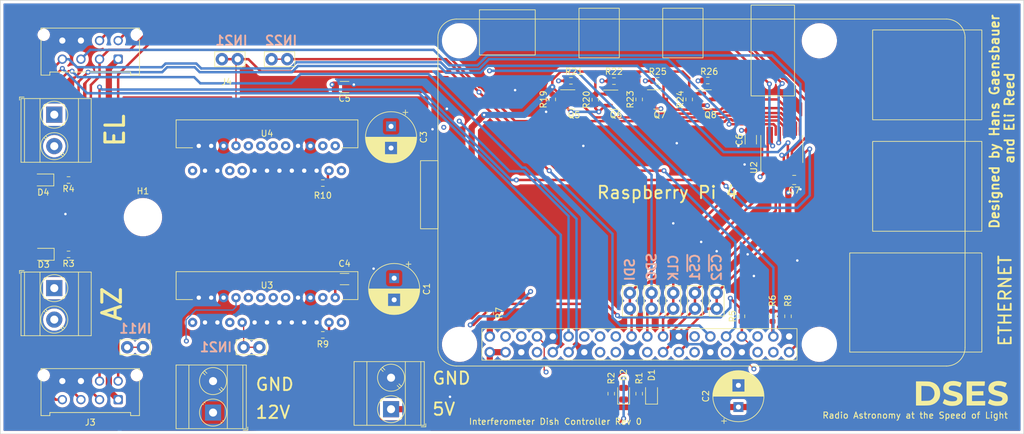
<source format=kicad_pcb>
(kicad_pcb (version 20211014) (generator pcbnew)
  (layers (0 "F.Cu" signal) (1 "In1.Cu" signal) (2 "In2.Cu" signal) (31 "B.Cu" signal) (34 "B.Paste" user) (35 "F.Paste" user) (36 "B.SilkS" user "B.Silkscreen") (37 "F.SilkS" user "F.Silkscreen") (38 "B.Mask" user) (39 "F.Mask" user) (44 "Edge.Cuts" user))
  (net 0 "")
  (net 1 "Net-(D1-Pad1)")
  (net 2 "+5V")
  (net 3 "Net-(D2-Pad1)")
  (net 4 "+12V")
  (net 5 "Net-(D3-Pad1)")
  (net 6 "Net-(D3-Pad2)")
  (net 7 "Net-(D4-Pad1)")
  (net 8 "Net-(D4-Pad2)")
  (net 9 "+3V3")
  (net 10 "/SDI")
  (net 11 "Net-(C4-Pad2)")
  (net 12 "/CLK")
  (net 13 "Net-(C5-Pad2)")
  (net 14 "/~{CS}1")
  (net 15 "/SDI_OUT")
  (net 16 "/~{CS}2")
  (net 17 "/SDO_IN2")
  (net 18 "/SDO")
  (net 19 "/Logic Level Shift 2/HV1")
  (net 20 "/Logic Level Shift 2/HV2")
  (net 21 "/EPWM1")
  (net 22 "/Logic Level Shift 2/HV3")
  (net 23 "/EPWM2")
  (net 24 "/Logic Level Shift 2/HV4")
  (net 25 "GND")
  (net 26 "/A11")
  (net 27 "/A12")
  (net 28 "/A21")
  (net 29 "/A22")
  (net 30 "Net-(R9-Pad2)")
  (net 31 "Net-(R10-Pad2)")
  (net 32 "/IN11")
  (net 33 "/IN21")
  (net 34 "/IN12")
  (net 35 "/IN22")
  (net 36 "/PWM1")
  (net 37 "/PWM2")
  (net 38 "/STB1")
  (net 40 "/STB2")
  (net 47 "/E_~{EN}")
  (net 48 "/CLK_OUT")
  (net 49 "/~{CS}2_OUT")
  (net 50 "/EPWM2_IN")
  (net 51 "/SDO_IN1")
  (net 52 "/~{CS}1_OUT")
  (net 53 "/EPWM1_IN")
  (net 54 "/AZ-2")
  (net 55 "/AZ-1")
  (net 56 "/EL-2")
  (net 57 "/EL-1")
  (footprint "LED_SMD:LED_0805_2012Metric" (layer "F.Cu") (at 123 103.5 90)
    (fp_text reference "D1")
    (fp_text value "LED_Small")
  )
  (footprint "Resistor_SMD:R_0603_1608Metric" (layer "F.Cu") (at 137.5 91 90)
    (fp_text reference "R5")
    (fp_text value "10k")
  )
  (footprint "Resistor_SMD:R_0603_1608Metric" (layer "F.Cu") (at 121 56 90)
    (fp_text reference "R23")
    (fp_text value "10k")
  )
  (footprint "Resistor_SMD:R_0603_1608Metric" (layer "F.Cu") (at 124 53 180)
    (fp_text reference "R25")
    (fp_text value "10k")
  )
  (footprint "Resistor_SMD:R_0603_1608Metric" (layer "F.Cu") (at 107 56 90)
    (fp_text reference "R19")
    (fp_text value "10k")
  )
  (footprint "LED_SMD:LED_0805_2012Metric" (layer "F.Cu") (at 118.5 103.5 90)
    (fp_text reference "D2")
    (fp_text value "LED_Small")
  )
  (footprint "Package_SO:TSSOP-20_4.4x6.5mm_P0.65mm" (layer "F.Cu") (at 144 64 90)
    (fp_text reference "U2")
    (fp_text value "74HCT541")
  )
  (footprint "TestPoint:TestPoint_Bridge_Pitch2.54mm_Drill1.0mm" (layer "F.Cu") (at 119.5 89.77 90)
    (fp_text reference "TP3" hide)
    (fp_text value "TestPoint")
  )
  (footprint "Capacitor_SMD:C_1206_3216Metric" (layer "F.Cu") (at 73.5 54 180)
    (fp_text reference "C5")
    (fp_text value "0.1u")
  )
  (footprint "TestPoint:TestPoint_Bridge_Pitch2.54mm_Drill1.0mm" (layer "F.Cu") (at 41 96 180)
    (fp_text reference "TP1" hide)
    (fp_text value "TestPoint")
  )
  (footprint "Resistor_SMD:R_0603_1608Metric" (layer "F.Cu") (at 97 90.5 -90)
    (fp_text reference "R7")
    (fp_text value "10k")
  )
  (footprint "interferometer:raspberry_pi_4" (layer "F.Cu") (at 173.55 99.03 180)
    (fp_text reference "U1" hide)
    (fp_text value "raspberry_pi_4")
  )
  (footprint "TerminalBlock_Phoenix:TerminalBlock_Phoenix_MKDS-3-2-5.08_1x02_P5.08mm_Horizontal" (layer "F.Cu") (at 52.3 106.545 90)
    (fp_text reference "J1" hide)
    (fp_text value "12V-IN")
  )
  (footprint "Package_TO_SOT_SMD:SOT-23" (layer "F.Cu") (at 124 56)
    (fp_text reference "Q7")
    (fp_text value "BSS138")
  )
  (footprint "LED_SMD:LED_0805_2012Metric" (layer "F.Cu") (at 25 81 180)
    (fp_text reference "D3")
    (fp_text value "LED_Small")
  )
  (footprint "Package_TO_SOT_SMD:SOT-23" (layer "F.Cu") (at 116.9375 56.05)
    (fp_text reference "Q6")
    (fp_text value "BSS138")
  )
  (footprint "Resistor_SMD:R_0603_1608Metric" (layer "F.Cu") (at 70 94)
    (fp_text reference "R9")
    (fp_text value "51k")
  )
  (footprint "TestPoint:TestPoint_Bridge_Pitch2.54mm_Drill1.0mm" (layer "F.Cu") (at 126.5 89.77 90)
    (fp_text reference "TP5" hide)
    (fp_text value "TestPoint")
  )
  (footprint "TestPoint:TestPoint_Bridge_Pitch2.54mm_Drill1.0mm" (layer "F.Cu") (at 130 89.77 90)
    (fp_text reference "TP8" hide)
    (fp_text value "TestPoint")
  )
  (footprint "Resistor_SMD:R_0603_1608Metric" (layer "F.Cu") (at 145 91 90)
    (fp_text reference "R8")
    (fp_text value "10k")
  )
  (footprint "TerminalBlock_Phoenix:TerminalBlock_Phoenix_MKDS-3-2-5.08_1x02_P5.08mm_Horizontal" (layer "F.Cu") (at 26.7 86.46 -90)
    (fp_text reference "J5" hide)
    (fp_text value "AZ-OUT")
  )
  (footprint "interferometer:HZIP25-P-1.00F" (layer "F.Cu") (at 61 63.5)
    (fp_text reference "U4")
    (fp_text value "TB67H303HG")
  )
  (footprint "Capacitor_SMD:C_1206_3216Metric" (layer "F.Cu") (at 73.5 85 180)
    (fp_text reference "C4")
    (fp_text value "0.1u")
  )
  (footprint "Capacitor_THT:CP_Radial_D8.0mm_P3.50mm" (layer "F.Cu") (at 81 60.347349 -90)
    (fp_text reference "C3")
    (fp_text value "100u")
  )
  (footprint "TerminalBlock_Phoenix:TerminalBlock_Phoenix_MKDS-3-2-5.08_1x02_P5.08mm_Horizontal" (layer "F.Cu") (at 81 106 90)
    (fp_text reference "J2" hide)
    (fp_text value "5V-IN")
  )
  (footprint "Package_TO_SOT_SMD:SOT-23" (layer "F.Cu") (at 110 56)
    (fp_text reference "Q5")
    (fp_text value "BSS138")
  )
  (footprint "Capacitor_SMD:C_1206_3216Metric" (layer "F.Cu") (at 139 62.5 90)
    (fp_text reference "C6")
    (fp_text value "0.1u")
  )
  (footprint "Resistor_SMD:R_0603_1608Metric" (layer "F.Cu") (at 132.0625 52.95 180)
    (fp_text reference "R26")
    (fp_text value "10k")
  )
  (footprint "interferometer:dses-logo" (layer "F.Cu") (at 173 103.5)
    (fp_text reference "G1" hide)
    (fp_text value "DSES-Logo" hide)
  )
  (footprint "Capacitor_THT:CP_Radial_D8.0mm_P3.50mm" (layer "F.Cu") (at 81.5 84.847349 -90)
    (fp_text reference "C1")
    (fp_text value "100u")
  )
  (footprint "Resistor_SMD:R_0603_1608Metric" (layer "F.Cu") (at 116.5 103.5 90)
    (fp_text reference "R2")
    (fp_text value "10k")
  )
  (footprint "interferometer:HZIP25-P-1.00F" (layer "F.Cu") (at 61 88)
    (fp_text reference "U3")
    (fp_text value "TB67H303HG")
  )
  (footprint "Resistor_SMD:R_0603_1608Metric" (layer "F.Cu") (at 29 69 180)
    (fp_text reference "R4")
    (fp_text value "2k")
  )
  (footprint "Resistor_SMD:R_0603_1608Metric" (layer "F.Cu") (at 110 53 180)
    (fp_text reference "R21")
    (fp_text value "10k")
  )
  (footprint "TestPoint:TestPoint_Bridge_Pitch2.54mm_Drill1.0mm" (layer "F.Cu") (at 57.23 96)
    (fp_text reference "TP2" hide)
    (fp_text value "TestPoint")
  )
  (footprint "Resistor_SMD:R_0603_1608Metric" (layer "F.Cu") (at 129.0625 56 90)
    (fp_text reference "R24")
    (fp_text value "10k")
  )
  (footprint "Resistor_SMD:R_0603_1608Metric" (layer "F.Cu") (at 142.5 91 90)
    (fp_text reference "R6")
    (fp_text value "10k")
  )
  (footprint "Resistor_SMD:R_0603_1608Metric" (layer "F.Cu") (at 121 103.5 -90)
    (fp_text reference "R1")
    (fp_text value "3.3k")
  )
  (footprint "MountingHole:MountingHole_3.2mm_M3" (layer "F.Cu") (at 41 75)
    (fp_text reference "H1")
    (fp_text value "MountingHole")
  )
  (footprint "Connector_Molex:Molex_Micro-Fit_3.0_43045-0812_2x04_P3.00mm_Vertical" (layer "F.Cu") (at 37 49.5 180)
    (fp_text reference "J4")
    (fp_text value "Encoder_Conn")
  )
  (footprint "Resistor_SMD:R_0603_1608Metric" (layer "F.Cu") (at 29 81)
    (fp_text reference "R3")
    (fp_text value "2k")
  )
  (footprint "TestPoint:TestPoint_Bridge_Pitch2.54mm_Drill1.0mm" (layer "F.Cu") (at 123 89.77 90)
    (fp_text reference "TP4" hide)
    (fp_text value "TestPoint")
  )
  (footprint "Capacitor_THT:CP_Radial_D8.0mm_P3.50mm" (layer "F.Cu") (at 137 105.652651 90)
    (fp_text reference "C2")
    (fp_text value "100u")
  )
  (footprint "TerminalBlock_Phoenix:TerminalBlock_Phoenix_MKDS-3-2-5.08_1x02_P5.08mm_Horizontal" (layer "F.Cu") (at 26.7 58.46 -90)
    (fp_text reference "J6" hide)
    (fp_text value "EL-OUT")
  )
  (footprint "Connector_Molex:Molex_Micro-Fit_3.0_43045-0812_2x04_P3.00mm_Vertical" (layer "F.Cu") (at 37 104.46 180)
    (fp_text reference "J3")
    (fp_text value "Encoder_Conn")
  )
  (footprint "Resistor_SMD:R_0603_1608Metric" (layer "F.Cu") (at 116.9375 53.05 180)
    (fp_text reference "R22")
    (fp_text value "10k")
  )
  (footprint "TestPoint:TestPoint_Bridge_Pitch2.54mm_Drill1.0mm" (layer "F.Cu") (at 64.27 49.5 180)
    (fp_text reference "TP7" hide)
    (fp_text value "TestPoint")
  )
  (footprint "Resistor_SMD:R_0603_1608Metric" (layer "F.Cu") (at 70 69.5)
    (fp_text reference "R10")
    (fp_text value "51k")
  )
  (footprint "LED_SMD:LED_0805_2012Metric" (layer "F.Cu") (at 24.9375 69 180)
    (fp_text reference "D4")
    (fp_text value "LED_Small")
  )
  (footprint "Resistor_SMD:R_0603_1608Metric" (layer "F.Cu") (at 113.9375 56.05 90)
    (fp_text reference "R20")
    (fp_text value "10k")
  )
  (footprint "Capacitor_SMD:C_0805_2012Metric" (layer "F.Cu") (at 146 69 180)
    (fp_text reference "C7")
    (fp_text value "1u")
  )
  (footprint "Package_TO_SOT_SMD:SOT-23" (layer "F.Cu") (at 132 56)
    (fp_text reference "Q8")
    (fp_text value "BSS138")
  )
  (footprint "TestPoint:TestPoint_Bridge_Pitch2.54mm_Drill1.0mm" (layer "F.Cu") (at 56.27 49.5 180)
    (fp_text reference "TP6" hide)
    (fp_text value "TestPoint")
  )
  (footprint "TestPoint:TestPoint_Bridge_Pitch2.54mm_Drill1.0mm" (layer "F.Cu") (at 133.5 89.77 90)
    (fp_text reference "TP9" hide)
    (fp_text value "TestPoint")
  )
  (gr_line (start 18 40) (end 183 40) (layer "Edge.Cuts") (width 0.1))
  (gr_line (start 18 110) (end 18 40) (layer "Edge.Cuts") (width 0.1))
  (gr_line (start 183 110) (end 18 110) (layer "Edge.Cuts") (width 0.1))
  (gr_line (start 183 40) (end 183 110) (layer "Edge.Cuts") (width 0.1))
  (gr_text "~{CS}2" (at 133.5 85.5 90) (layer "B.SilkS") (effects (font (size 1.5 1.5) (thickness 0.3)) (justify right mirror)))
  (gr_text "IN21" (at 52.5 46.5) (layer "B.SilkS") (effects (font (size 1.5 1.5) (thickness 0.3)) (justify right mirror)))
  (gr_text "IN22" (at 60.5 46.5) (layer "B.SilkS") (effects (font (size 1.5 1.5) (thickness 0.3)) (justify right mirror)))
  (gr_text "SDO" (at 123 85.5 90) (layer "B.SilkS") (effects (font (size 1.5 1.5) (thickness 0.3)) (justify right mirror)))
  (gr_text "CLK" (at 126.5 85.5 90) (layer "B.SilkS") (effects (font (size 1.5 1.5) (thickness 0.3)) (justify right mirror)))
  (gr_text "IN11" (at 37 93) (layer "B.SilkS") (effects (font (size 1.5 1.5) (thickness 0.3)) (justify right mirror)))
  (gr_text "SDI" (at 119.5 85.5 90) (layer "B.SilkS") (effects (font (size 1.5 1.5) (thickness 0.3)) (justify right mirror)))
  (gr_text "IN21" (at 50 96) (layer "B.SilkS") (effects (font (size 1.5 1.5) (thickness 0.3)) (justify right mirror)))
  (gr_text "~{CS}1" (at 130 85.5 90) (layer "B.SilkS") (effects (font (size 1.5 1.5) (thickness 0.3)) (justify right mirror)))
  (gr_text "5V" (at 87.5 106) (layer "F.SilkS") (effects (font (size 2 2) (thickness 0.3)) (justify left)))
  (gr_text "EL" (at 36.5 61 90) (layer "F.SilkS") (effects (font (size 3 3) (thickness 0.5))))
  (gr_text "ETHERNET" (at 180 88.5 90) (layer "F.SilkS") (effects (font (size 2 2) (thickness 0.3))))
  (gr_text "Interferometer Dish Controller Rev 0" (at 107.5 108) (layer "F.SilkS") (effects (font (size 1 1))))
  (gr_text "Radio Astronomy at the Speed of Light" (at 165.5 107) (layer "F.SilkS") (effects (font (size 1 1))))
  (gr_text "12V" (at 59 106.5) (layer "F.SilkS") (effects (font (size 2 2) (thickness 0.3)) (justify left)))
  (gr_text "AZ" (at 36 89 90) (layer "F.SilkS") (effects (font (size 3 3) (thickness 0.5))))
  (gr_text "GND" (at 59 102) (layer "F.SilkS") (effects (font (size 2 2) (thickness 0.3)) (justify left)))
  (gr_text "GND" (at 87.5 101) (layer "F.SilkS") (effects (font (size 2 2) (thickness 0.3)) (justify left)))
  (gr_text "Designed by Hans Gaensbauer \nand Eli Reed" (at 179.5 59 90) (layer "F.SilkS") (effects (font (size 1.5 1.5) (thickness 0.3))))
  (segment (start 123 104.4375) (end 121.1125 104.4375) (width 0.4) (layer "F.Cu") (net 1))
  (segment (start 121.1125 104.4375) (end 121 104.325) (width 0.4) (layer "F.Cu") (net 1))
  (segment (start 150.347349 105.652651) (end 153.399521 102.600479) (width 1) (layer "F.Cu") (net 2))
  (segment (start 153.399521 82.899521) (end 145.05 74.55) (width 1) (layer "F.Cu") (net 2))
  (segment (start 35.5 51) (end 37 49.5) (width 1) (layer "F.Cu") (net 2))
  (segment (start 91 106) (end 96.92 100.08) (width 1) (layer "F.Cu") (net 2))
  (segment (start 96.92 96.8) (end 99.46 96.8) (width 1) (layer "F.Cu") (net 2))
  (segment (start 145.05 74.55) (end 145.05 71.05) (width 1) (layer "F.Cu") (net 2))
  (segment (start 137.5 61) (end 138.975 61) (width 0.4) (layer "F.Cu") (net 2))
  (segment (start 129.152651 105.652651) (end 126.0625 102.5625) (width 1) (layer "F.Cu") (net 2))
  (segment (start 137 105.652651) (end 150.347349 105.652651) (width 1) (layer "F.Cu") (net 2))
  (segment (start 139.1125 61.1375) (end 139 61.025) (width 0.4) (layer "F.Cu") (net 2))
  (segment (start 130.5 53) (end 131.1875 53) (width 0.4) (layer "F.Cu") (net 2))
  (segment (start 109.175 53) (end 108 53) (width 0.4) (layer "F.Cu") (net 2))
  (segment (start 145.05 71.05) (end 145.05 69) (width 1) (layer "F.Cu") (net 2))
  (segment (start 102.492651 105.652651) (end 96.92 100.08) (width 1) (layer "F.Cu") (net 2))
  (segment (start 137 105.652651) (end 129.152651 105.652651) (width 1) (layer "F.Cu") (net 2))
  (segment (start 116.1125 53.05) (end 115.05 53.05) (width 0.4) (layer "F.Cu") (net 2))
  (segment (start 35.5 102.96) (end 35.5 51) (width 1) (layer "F.Cu") (net 2))
  (segment (start 123.175 53) (end 122 53) (width 0.4) (layer "F.Cu") (net 2))
  (segment (start 81 106) (end 91 106) (width 1) (layer "F.Cu") (net 2))
  (segment (start 138.975 61) (end 139 61.025) (width 0.4) (layer "F.Cu") (net 2))
  (segment (start 153.399521 102.600479) (end 153.399521 82.899521) (width 1) (layer "F.Cu") (net 2))
  (segment (start 37 104.46) (end 35.5 102.96) (width 1) (layer "F.Cu") (net 2))
  (segment (start 126.0625 102.5625) (end 123 102.5625) (width 1) (layer "F.Cu") (net 2))
  (segment (start 96.92 100.08) (end 96.92 96.8) (width 1) (layer "F.Cu") (net 2))
  (segment (start 141.075 61.1375) (end 139.1125 61.1375) (width 0.4) (layer "F.Cu") (net 2))
  (segment (start 115.05 53.05) (end 115 53) (width 0.4) (layer "F.Cu") (net 2))
  (segment (start 129.152651 105.652651) (end 102.492651 105.652651) (width 1) (layer "F.Cu") (net 2))
  (segment (start 131.1875 53) (end 131.2375 52.95) (width 0.4) (layer "F.Cu") (net 2))
  (via (at 115 53) (size 0.8) (drill 0.4) (layers "F.Cu" "B.Cu") (net 2))
  (via (at 137.5 61) (size 0.8) (drill 0.4) (layers "F.Cu" "B.Cu") (net 2))
  (via (at 130.5 53) (size 0.8) (drill 0.4) (layers "F.Cu" "B.Cu") (net 2))
  (via (at 108 53) (size 0.8) (drill 0.4) (layers "F.Cu" "B.Cu") (net 2))
  (via (at 122 53) (size 0.8) (drill 0.4) (layers "F.Cu" "B.Cu") (net 2))
  (via (at 145.05 71.05) (size 0.8) (drill 0.4) (layers "F.Cu" "B.Cu") (net 2))
  (segment (start 116.6125 104.4375) (end 116.5 104.325) (width 0.4) (layer "F.Cu") (net 3))
  (segment (start 118.5 104.4375) (end 116.6125 104.4375) (width 0.4) (layer "F.Cu") (net 3))
  (segment (start 81.5 84.847349) (end 81.5 85) (width 0.4) (layer "F.Cu") (net 4))
  (segment (start 79.600978 108) (end 118 108) (width 0.4) (layer "F.Cu") (net 4))
  (segment (start 81.5 85) (end 77 89.5) (width 0.4) (layer "F.Cu") (net 4))
  (segment (start 118 108) (end 118.5 107.5) (width 0.4) (layer "F.Cu") (net 4))
  (segment (start 77 89.5) (end 77 105.399022) (width 0.4) (layer "F.Cu") (net 4))
  (segment (start 77 105.399022) (end 79.600978 108) (width 0.4) (layer "F.Cu") (net 4))
  (segment (start 118.5 102.5625) (end 118.5 101) (width 0.4) (layer "F.Cu") (net 4))
  (via (at 118.5 107.5) (size 0.8) (drill 0.4) (layers "F.Cu" "B.Cu") (net 4))
  (via (at 118.5 101) (size 0.8) (drill 0.4) (layers "F.Cu" "B.Cu") (net 4))
  (segment (start 118.5 107.5) (end 118.5 101) (width 0.4) (layer "B.Cu") (net 4))
  (segment (start 28.175 81) (end 25.9375 81) (width 0.4) (layer "F.Cu") (net 5))
  (segment (start 27 52) (end 28 51) (width 0.4) (layer "F.Cu") (net 6))
  (segment (start 24.0625 81) (end 22.5 79.4375) (width 0.4) (layer "F.Cu") (net 6))
  (segment (start 22.5 79.4375) (end 22.5 56.5) (width 0.4) (layer "F.Cu") (net 6))
  (segment (start 22.5 56.5) (end 27 52) (width 0.4) (layer "F.Cu") (net 6))
  (via (at 28 51) (size 0.8) (drill 0.4) (layers "F.Cu" "B.Cu") (net 6))
  (segment (start 108.370489 77.870489) (end 108.370489 95.509511) (width 0.4) (layer "B.Cu") (net 6))
  (segment (start 32 55) (end 85.5 55) (width 0.4) (layer "B.Cu") (net 6))
  (segment (start 108.370489 95.509511) (end 107.08 96.8) (width 0.4) (layer "B.Cu") (net 6))
  (segment (start 85.5 55) (end 108.370489 77.870489) (width 0.4) (layer "B.Cu") (net 6))
  (segment (start 28 51) (end 32 55) (width 0.4) (layer "B.Cu") (net 6))
  (segment (start 28.175 69) (end 25.875 69) (width 0.4) (layer "F.Cu") (net 7))
  (segment (start 24 69) (end 24 56.5) (width 0.4) (layer "F.Cu") (net 8))
  (segment (start 24 56.5) (end 29.065332 51.434668) (width 0.4) (layer "F.Cu") (net 8))
  (segment (start 29.065332 51.434668) (end 29.565332 51.434668) (width 0.4) (layer "F.Cu") (net 8))
  (via (at 29.565332 51.434668) (size 0.8) (drill 0.4) (layers "F.Cu" "B.Cu") (net 8))
  (segment (start 102.627315 67.001477) (end 102.127329 67.001477) (width 0.4) (layer "B.Cu") (net 8))
  (segment (start 66.392228 51.90049) (end 64.892229 53.400489) (width 0.4) (layer "B.Cu") (net 8))
  (segment (start 49.248325 52.400489) (end 30.531153 52.400489) (width 0.4) (layer "B.Cu") (net 8))
  (segment (start 109.62 96.8) (end 110.90049 95.51951) (width 0.4) (layer "B.Cu") (net 8))
  (segment (start 110.90049 75.274652) (end 102.627315 67.001477) (width 0.4) (layer "B.Cu") (net 8))
  (segment (start 102.127329 67.001477) (end 87.026342 51.90049) (width 0.4) (layer "B.Cu") (net 8))
  (segment (start 30.531153 52.400489) (end 29.565332 51.434668) (width 0.4) (layer "B.Cu") (net 8))
  (segment (start 64.892229 53.400489) (end 50.248325 53.400489) (width 0.4) (layer "B.Cu") (net 8))
  (segment (start 87.026342 51.90049) (end 66.392228 51.90049) (width 0.4) (layer "B.Cu") (net 8))
  (segment (start 110.90049 95.51951) (end 110.90049 75.274652) (width 0.4) (layer "B.Cu") (net 8))
  (segment (start 50.248325 53.400489) (end 49.248325 52.400489) (width 0.4) (layer "B.Cu") (net 8))
  (segment (start 129.1875 55.05) (end 129.0625 55.175) (width 0.4) (layer "F.Cu") (net 9))
  (segment (start 128 51.5) (end 129.0625 52.5625) (width 0.4) (layer "F.Cu") (net 9))
  (segment (start 98.17452 90.247593) (end 99.422113 89) (width 0.4) (layer "F.Cu") (net 9))
  (segment (start 107 55.175) (end 107 54) (width 0.4) (layer "F.Cu") (net 9))
  (segment (start 123.0625 55.05) (end 121.125 55.05) (width 0.4) (layer "F.Cu") (net 9))
  (segment (start 108.05 55.05) (end 107 54) (width 0.4) (layer "F.Cu") (net 9))
  (segment (start 99.422113 89) (end 115.622725 89) (width 0.4) (layer "F.Cu") (net 9))
  (segment (start 107 52.869334) (end 107 54) (width 0.4) (layer "F.Cu") (net 9))
  (segment (start 115.622725 89) (end 117.49815 90.875425) (width 0.4) (layer "F.Cu") (net 9))
  (segment (start 121.125 55.05) (end 121 55.175) (width 0.4) (layer "F.Cu") (net 9))
  (segment (start 114 51.5) (end 108.369334 51.5) (width 0.4) (layer "F.Cu") (net 9))
  (segment (start 97.097113 91.325) (end 98.17452 90.247593) (width 1) (layer "F.Cu") (net 9))
  (segment (start 114.0625 55.1) (end 113.9375 55.225) (width 0.4) (layer "F.Cu") (net 9))
  (segment (start 108.369334 51.5) (end 107 52.869334) (width 0.4) (layer "F.Cu") (net 9))
  (segment (start 113.9375 55.225) (end 113.9375 51.5625) (width 0.4) (layer "F.Cu") (net 9))
  (segment (start 96.92 91.405) (end 97 91.325) (width 1) (layer "F.Cu") (net 9))
  (segment (start 131.0625 55.05) (end 129.1875 55.05) (width 0.4) (layer "F.Cu") (net 9))
  (segment (start 145 90.175) (end 142.5 90.175) (width 0.4) (layer "F.Cu") (net 9))
  (segment (start 96.92 94.26) (end 96.92 91.405) (width 1) (layer "F.Cu") (net 9))
  (segment (start 137.5 90.175) (end 137.5 89.891283) (width 0.4) (layer "F.Cu") (net 9))
  (segment (start 116 55.1) (end 114.0625 55.1) (width 0.4) (layer "F.Cu") (net 9))
  (segment (start 94 66) (end 94 60.5) (width 1) (layer "F.Cu") (net 9))
  (segment (start 121 51.5) (end 128 51.5) (width 0.4) (layer "F.Cu") (net 9))
  (segment (start 129.0625 52.5625) (end 129.0625 55.175) (width 0.4) (layer "F.Cu") (net 9))
  (segment (start 98.17452 74.17452) (end 94 70) (width 1) (layer "F.Cu") (net 9))
  (segment (start 97 91.325) (end 97.097113 91.325) (width 1) (layer "F.Cu") (net 9))
  (segment (start 94 70) (end 94 66) (width 1) (layer "F.Cu") (net 9))
  (segment (start 94 60.5) (end 96 58.5) (width 1) (layer "F.Cu") (net 9))
  (segment (start 113.9375 51.5625) (end 114 51.5) (width 0.4) (layer "F.Cu") (net 9))
  (segment (start 137.5 89.891283) (end 135.7005 88.091783) (width 0.4) (layer "F.Cu") (net 9))
  (segment (start 109.0625 55.05) (end 108.05 55.05) (width 0.4) (layer "F.Cu") (net 9))
  (segment (start 121 55.175) (end 121 51.5) (width 0.4) (layer "F.Cu") (net 9))
  (segment (start 142.5 90.175) (end 137.5 90.175) (width 0.4) (layer "F.Cu") (net 9))
  (segment (start 98.17452 90.247593) (end 98.17452 74.17452) (width 1) (layer "F.Cu") (net 9))
  (segment (start 114 51.5) (end 121 51.5) (width 0.4) (layer "F.Cu") (net 9))
  (via (at 107 54) (size 0.8) (drill 0.4) (layers "F.Cu" "B.Cu") (net 9))
  (via (at 96 58.5) (size 0.8) (drill 0.4) (layers "F.Cu" "B.Cu") (net 9))
  (via (at 117.49815 90.875425) (size 0.8) (drill 0.4) (layers "F.Cu" "B.Cu") (net 9))
  (via (at 135.7005 88.091783) (size 0.8) (drill 0.4) (layers "F.Cu" "B.Cu") (net 9))
  (segment (start 135.7005 88.091783) (end 135.7005 89.591783) (width 0.4) (layer "B.Cu") (net 9))
  (segment (start 134.122772 91.169511) (end 117.792236 91.169511) (width 0.4) (layer "B.Cu") (net 9))
  (segment (start 135.7005 89.591783) (end 134.122772 91.169511) (width 0.4) (layer "B.Cu") (net 9))
  (segment (start 96 58.5) (end 102.5 58.5) (width 1) (layer "B.Cu") (net 9))
  (segment (start 102.5 58.5) (end 107 54) (width 1) (layer "B.Cu") (net 9))
  (segment (start 117.792236 91.169511) (end 117.49815 90.875425) (width 0.4) (layer "B.Cu") (net 9))
  (segment (start 119.78 90.05) (end 119.5 89.77) (width 0.4) (layer "F.Cu") (net 10))
  (segment (start 140.5 70) (end 136.73 70) (width 0.4) (layer "F.Cu") (net 10))
  (segment (start 141.725 68.775) (end 140.5 70) (width 0.4) (layer "F.Cu") (net 10))
  (segment (start 119.78 94.26) (end 119.78 90.05) (width 0.4) (layer "F.Cu") (net 10))
  (segment (start 141.725 66.8625) (end 141.725 68.775) (width 0.4) (layer "F.Cu") (net 10))
  (segment (start 136.73 70) (end 119.5 87.23) (width 0.4) (layer "F.Cu") (net 10))
  (segment (start 119.5 89.77) (end 119.5 87.23) (width 0.4) (layer "F.Cu") (net 10))
  (segment (start 72 88) (end 72 85.025) (width 0.4) (layer "F.Cu") (net 11))
  (segment (start 72 85.025) (end 72.025 85) (width 0.4) (layer "F.Cu") (net 11))
  (segment (start 126.5 87.23) (end 126.5 85.5) (width 0.4) (layer "F.Cu") (net 12))
  (segment (start 126.5 85.5) (end 142.375 69.625) (width 0.4) (layer "F.Cu") (net 12))
  (segment (start 126.5 89.77) (end 126.5 87.23) (width 0.4) (layer "F.Cu") (net 12))
  (segment (start 124.86 91.41) (end 124.86 94.26) (width 0.4) (layer "F.Cu") (net 12))
  (segment (start 142.375 69.625) (end 142.375 66.8625) (width 0.4) (layer "F.Cu") (net 12))
  (segment (start 126.5 89.77) (end 124.86 91.41) (width 0.4) (layer "F.Cu") (net 12))
  (segment (start 71.89901 54) (end 71.5 53.60099) (width 0.2) (layer "F.Cu") (net 13))
  (segment (start 72.025 54) (end 71.89901 54) (width 0.2) (layer "F.Cu") (net 13))
  (via (at 71.5 53.60099) (size 0.8) (drill 0.4) (layers "F.Cu" "B.Cu") (net 13))
  (segment (start 124.86 96.8) (end 126.150489 95.509511) (width 0.4) (layer "F.Cu") (net 14))
  (segment (start 130 87.23) (end 130 87) (width 0.4) (layer "F.Cu") (net 14))
  (segment (start 126.150489 93.619511) (end 130 89.77) (width 0.4) (layer "F.Cu") (net 14))
  (segment (start 130 87) (end 143.025 73.975) (width 0.4) (layer "F.Cu") (net 14))
  (segment (start 143.025 73.975) (end 143.025 66.8625) (width 0.4) (layer "F.Cu") (net 14))
  (segment (start 130 89.77) (end 130 87.23) (width 0.4) (layer "F.Cu") (net 14))
  (segment (start 126.150489 95.509511) (end 126.150489 93.619511) (width 0.4) (layer "F.Cu") (net 14))
  (segment (start 34 52.271341) (end 34 49.5) (width 0.4) (layer "F.Cu") (net 15))
  (segment (start 142.375 61.1375) (end 142.375 63.3505) (width 0.4) (layer "F.Cu") (net 15))
  (segment (start 43.422348 43.480479) (end 131.980479 43.480479) (width 0.4) (layer "F.Cu") (net 15))
  (segment (start 34 49.5) (end 35.5 48) (width 0.4) (layer "F.Cu") (net 15))
  (segment (start 38.902827 48) (end 43 43.902827) (width 0.4) (layer "F.Cu") (net 15))
  (segment (start 34 104.46) (end 32.59951 103.05951) (width 0.4) (layer "F.Cu") (net 15))
  (segment (start 142.375 63.3505) (end 142.5245 63.5) (width 0.4) (layer "F.Cu") (net 15))
  (segment (start 131.980479 43.480479) (end 142 53.5) (width 0.4) (layer "F.Cu") (net 15))
  (segment (start 32.59951 103.05951) (end 32.59951 53.671831) (width 0.4) (layer "F.Cu") (net 15))
  (segment (start 43 43.902827) (end 43.422348 43.480479) (width 0.4) (layer "F.Cu") (net 15))
  (segment (start 32.59951 53.671831) (end 34 52.271341) (width 0.4) (layer "F.Cu") (net 15))
  (segment (start 35.5 48) (end 38.902827 48) (width 0.4) (layer "F.Cu") (net 15))
  (via (at 142.5245 63.5) (size 0.8) (drill 0.4) (layers "F.Cu" "B.Cu") (net 15))
  (via (at 142 53.5) (size 0.8) (drill 0.4) (layers "F.Cu" "B.Cu") (net 15))
  (segment (start 142 62.9755) (end 142.5245 63.5) (width 0.4) (layer "B.Cu") (net 15))
  (segment (start 142 53.5) (end 142 62.9755) (width 0.4) (layer "B.Cu") (net 15))
  (segment (start 128.690489 95.509511) (end 127.4 96.8) (width 0.4) (layer "F.Cu") (net 16))
  (segment (start 133.5 89.77) (end 133.5 87.23) (width 0.4) (layer "F.Cu") (net 16))
  (segment (start 133.5 87.23) (end 143.675 77.055) (width 0.4) (layer "F.Cu") (net 16))
  (segment (start 132.085787 89.77) (end 128.690489 93.165298) (width 0.4) (layer "F.Cu") (net 16))
  (segment (start 128.690489 93.165298) (end 128.690489 95.509511) (width 0.4) (layer "F.Cu") (net 16))
  (segment (start 133.5 89.77) (end 132.085787 89.77) (width 0.4) (layer "F.Cu") (net 16))
  (segment (start 143.675 77.055) (end 143.675 66.8625) (width 0.4) (layer "F.Cu") (net 16))
  (segment (start 30.62452 83.37548) (end 30.62452 53.129338) (width 0.4) (layer "F.Cu") (net 17))
  (segment (start 31 104.46) (end 29.5 102.96) (width 0.4) (layer "F.Cu") (net 17))
  (segment (start 30.62452 53.129338) (end 32.152869 51.600989) (width 0.4) (layer "F.Cu") (net 17))
  (segment (start 144.975 63.025) (end 145 63) (width 0.4) (layer "F.Cu") (net 17))
  (segment (start 144.975 66.8625) (end 144.975 63.025) (width 0.4) (layer "F.Cu") (net 17))
  (segment (start 29.5 84.5) (end 30.62452 83.37548) (width 0.4) (layer "F.Cu") (net 17))
  (segment (start 29.5 102.96) (end 29.5 84.5) (width 0.4) (layer "F.Cu") (net 17))
  (via (at 32.152869 51.600989) (size 0.8) (drill 0.4) (layers "F.Cu" "B.Cu") (net 17))
  (via (at 145 63) (size 0.8) (drill 0.4) (layers "F.Cu" "B.Cu") (net 17))
  (segment (start 65.997536 50.599511) (end 64.997534 51.599511) (width 0.4) (layer "B.Cu") (net 17))
  (segment (start 64.997534 51.599511) (end 50.143018 51.59951) (width 0.4) (layer "B.Cu") (net 17))
  (segment (start 88.757502 50.599512) (end 65.997536 50.599511) (width 0.4) (layer "B.Cu") (net 17))
  (segment (start 50.143018 51.59951) (end 49.344997 50.801489) (width 0.4) (layer "B.Cu") (net 17))
  (segment (start 95.426419 51.699021) (end 89.857011 51.699021) (width 0.4) (layer "B.Cu") (net 17))
  (segment (start 143.369334 64.5) (end 134.630666 64.5) (width 0.4) (layer "B.Cu") (net 17))
  (segment (start 44.893058 50.801488) (end 44.093557 51.600989) (width 0.4) (layer "B.Cu") (net 17))
  (segment (start 145 63) (end 144.869334 63) (width 0.4) (layer "B.Cu") (net 17))
  (segment (start 49.344997 50.801489) (end 44.893058 50.801488) (width 0.4) (layer "B.Cu") (net 17))
  (segment (start 44.093557 51.600989) (end 32.152869 51.600989) (width 0.4) (layer "B.Cu") (net 17))
  (segment (start 144.869334 63) (end 143.369334 64.5) (width 0.4) (layer "B.Cu") (net 17))
  (segment (start 96.546888 50.578552) (end 95.426419 51.699021) (width 0.4) (layer "B.Cu") (net 17))
  (segment (start 134.630666 64.5) (end 120.709218 50.578552) (width 0.4) (layer "B.Cu") (net 17))
  (segment (start 120.709218 50.578552) (end 96.546888 50.578552) (width 0.4) (layer "B.Cu") (net 17))
  (segment (start 89.857011 51.699021) (end 88.757502 50.599512) (width 0.4) (layer "B.Cu") (net 17))
  (segment (start 113.9375 56.875) (end 113.9375 57.4375) (width 0.4) (layer "F.Cu") (net 18))
  (segment (start 122.32 94.26) (end 122.32 90.45) (width 0.4) (layer "F.Cu") (net 18))
  (segment (start 107 56.825) (end 108.9375 56.825) (width 0.4) (layer "F.Cu") (net 18))
  (segment (start 122.32 90.45) (end 123 89.77) (width 0.4) (layer "F.Cu") (net 18))
  (segment (start 109.0625 57.0625) (end 110 58) (width 0.4) (layer "F.Cu") (net 18))
  (segment (start 113.9375 57.4375) (end 114.5 58) (width 0.4) (layer "F.Cu") (net 18))
  (segment (start 109.0625 56.95) (end 109.0625 57.0625) (width 0.4) (layer "F.Cu") (net 18))
  (segment (start 108.9375 56.825) (end 109.0625 56.95) (width 0.4) (layer "F.Cu") (net 18))
  (segment (start 115.5 57) (end 114.5 58) (width 0.4) (layer "F.Cu") (net 18))
  (segment (start 123 89.77) (end 123 87.23) (width 0.4) (layer "F.Cu") (net 18))
  (segment (start 116 57) (end 115.5 57) (width 0.4) (layer "F.Cu") (net 18))
  (via (at 110 58) (size 0.8) (drill 0.4) (layers "F.Cu" "B.Cu") (net 18))
  (via (at 114.5 58) (size 0.8) (drill 0.4) (layers "F.Cu" "B.Cu") (net 18))
  (segment (start 110 58) (end 112.8125 58) (width 0.4) (layer "B.Cu") (net 18))
  (segment (start 112.8125 58) (end 123 68.1875) (width 0.4) (layer "B.Cu") (net 18))
  (segment (start 112.8125 58) (end 114.5 58) (width 0.4) (layer "B.Cu") (net 18))
  (segment (start 123 68.1875) (end 123 87.23) (width 0.4) (layer "B.Cu") (net 18))
  (segment (start 131.172183 58.998521) (end 131.074151 58.900489) (width 0.4) (layer "F.Cu") (net 19))
  (segment (start 132.925849 58.900489) (end 132.827815 58.998523) (width 0.4) (layer "F.Cu") (net 19))
  (segment (start 144.975 60.145737) (end 143.630237 58.800978) (width 0.4) (layer "F.Cu") (net 19))
  (segment (start 134.621009 58.900489) (end 132.925849 58.900489) (width 0.4) (layer "F.Cu") (net 19))
  (segment (start 143.630237 58.800978) (end 136.279479 58.800977) (width 0.4) (layer "F.Cu") (net 19))
  (segment (start 131.074151 58.900489) (end 113.837989 58.900489) (width 0.4) (layer "F.Cu") (net 19))
  (segment (start 132.827815 58.998523) (end 131.172183 58.998521) (width 0.4) (layer "F.Cu") (net 19))
  (segment (start 110.9375 56) (end 110.9375 53.1125) (width 0.4) (layer "F.Cu") (net 19))
  (segment (start 136.279479 58.800977) (end 136.079492 58.60099) (width 0.4) (layer "F.Cu") (net 19))
  (segment (start 134.920509 58.600989) (end 134.621009 58.900489) (width 0.4) (layer "F.Cu") (net 19))
  (segment (start 136.079492 58.60099) (end 134.920509 58.600989) (width 0.4) (layer "F.Cu") (net 19))
  (segment (start 144.975 61.1375) (end 144.975 60.145737) (width 0.4) (layer "F.Cu") (net 19))
  (segment (start 113.837989 58.900489) (end 110.9375 56) (width 0.4) (layer "F.Cu") (net 19))
  (segment (start 110.9375 53.1125) (end 110.825 53) (width 0.4) (layer "F.Cu") (net 19))
  (segment (start 120.124501 58.299501) (end 117.875 56.05) (width 0.4) (layer "F.Cu") (net 20))
  (segment (start 134.672183 58.001479) (end 134.374161 58.299501) (width 0.4) (layer "F.Cu") (net 20))
  (segment (start 145.625 61.1375) (end 145.625 59.947902) (width 0.4) (layer "F.Cu") (net 20))
  (segment (start 132.679001 58.299501) (end 132.57949 58.399012) (width 0.4) (layer "F.Cu") (net 20))
  (segment (start 143.878563 58.201467) (end 136.527805 58.201467) (width 0.4) (layer "F.Cu") (net 20))
  (segment (start 134.374161 58.299501) (end 132.679001 58.299501) (width 0.4) (layer "F.Cu") (net 20))
  (segment (start 131.420509 58.399011) (end 131.320999 58.299501) (width 0.4) (layer "F.Cu") (net 20))
  (segment (start 117.875 53.1625) (end 117.7625 53.05) (width 0.4) (layer "F.Cu") (net 20))
  (segment (start 136.327817 58.001479) (end 134.672183 58.001479) (width 0.4) (layer "F.Cu") (net 20))
  (segment (start 145.625 59.947902) (end 143.878563 58.201467) (width 0.4) (layer "F.Cu") (net 20))
  (segment (start 117.875 56.05) (end 117.875 53.1625) (width 0.4) (layer "F.Cu") (net 20))
  (segment (start 132.57949 58.399012) (end 131.420509 58.399011) (width 0.4) (layer "F.Cu") (net 20))
  (segment (start 136.527805 58.201467) (end 136.327817 58.001479) (width 0.4) (layer "F.Cu") (net 20))
  (segment (start 131.320999 58.299501) (end 120.124501 58.299501) (width 0.4) (layer "F.Cu") (net 20))
  (segment (start 121.125 56.95) (end 121 56.825) (width 0.4) (layer "F.Cu") (net 21))
  (segment (start 123.6125 57.5) (end 123.0625 56.95) (width 0.4) (layer "F.Cu") (net 21))
  (segment (start 123.0625 56.95) (end 121.125 56.95) (width 0.4) (layer "F.Cu") (net 21))
  (segment (start 124.5 57.5) (end 123.6125 57.5) (width 0.4) (layer "F.Cu") (net 21))
  (via (at 124.5 57.5) (size 0.8) (drill 0.4) (layers "F.Cu" "B.Cu") (net 21))
  (segment (start 125.130666 56) (end 126.780176 57.64951) (width 0.4) (layer "F.Cu") (net 22))
  (segment (start 134.423857 57.401968) (end 143.9269 57.401968) (width 0.4) (layer "F.Cu") (net 22))
  (segment (start 131.518844 57.64951) (end 131.668835 57.799501) (width 0.4) (layer "F.Cu") (net 22))
  (segment (start 146.275 59.750068) (end 146.275 61.1375) (width 0.4) (layer "F.Cu") (net 22))
  (segment (start 143.9269 57.401968) (end 146.275 59.750068) (width 0.4) (layer "F.Cu") (net 22))
  (segment (start 132.331165 57.799501) (end 132.481156 57.64951) (width 0.4) (layer "F.Cu") (net 22))
  (segment (start 124.9375 56) (end 124.9375 53.1125) (width 0.4) (layer "F.Cu") (net 22))
  (segment (start 134.176316 57.64951) (end 134.423857 57.401968) (width 0.4) (layer "F.Cu") (net 22))
  (segment (start 126.780176 57.64951) (end 131.518844 57.64951) (width 0.4) (layer "F.Cu") (net 22))
  (segment (start 124.9375 53.1125) (end 124.825 53) (width 0.4) (layer "F.Cu") (net 22))
  (segment (start 132.481156 57.64951) (end 134.176316 57.64951) (width 0.4) (layer "F.Cu") (net 22))
  (segment (start 131.668835 57.799501) (end 132.331165 57.799501) (width 0.4) (layer "F.Cu") (net 22))
  (segment (start 124.9375 56) (end 125.130666 56) (width 0.4) (layer "F.Cu") (net 22))
  (segment (start 131.0625 56.95) (end 129.1875 56.95) (width 0.4) (layer "F.Cu") (net 23))
  (segment (start 129.1875 56.95) (end 129.0625 56.825) (width 0.4) (layer "F.Cu") (net 23))
  (segment (start 131.1125 57) (end 131.0625 56.95) (width 0.4) (layer "F.Cu") (net 23))
  (segment (start 132 57) (end 131.1125 57) (width 0.4) (layer "F.Cu") (net 23))
  (via (at 132 57) (size 0.8) (drill 0.4) (layers "F.Cu" "B.Cu") (net 23))
  (segment (start 132.8875 52.95) (end 132.8875 55.95) (width 0.4) (layer "F.Cu") (net 24))
  (segment (start 146.925 61.1375) (end 146.925 59.552234) (width 0.4) (layer "F.Cu") (net 24))
  (segment (start 146.925 59.552234) (end 143.372766 56) (width 0.4) (layer "F.Cu") (net 24))
  (segment (start 132.8875 55.95) (end 132.9375 56) (width 0.4) (layer "F.Cu") (net 24))
  (segment (start 143.372766 56) (end 132.9375 56) (width 0.4) (layer "F.Cu") (net 24))
  (segment (start 87.684667 59.815333) (end 87.684667 60.815333) (width 0.4) (layer "F.Cu") (net 25))
  (segment (start 139 65.5) (end 138 66.5) (width 0.4) (layer "F.Cu") (net 25))
  (segment (start 118.168832 100.200489) (end 119.760489 100.200489) (width 0.2) (layer "F.Cu") (net 25))
  (segment (start 74.975 85) (end 76.5 85) (width 0.4) (layer "F.Cu") (net 25))
  (segment (start 80.800489 94.300489) (end 90.5 104) (width 0.4) (layer "F.Cu") (net 25))
  (segment (start 82 88.347349) (end 82 90) (width 0.4) (layer "F.Cu") (net 25))
  (segment (start 69.175 94) (end 69.175 92.175) (width 0.4) (layer "F.Cu") (net 25))
  (segment (start 119.760489 100.200489) (end 119.78 100.22) (width 0.2) (layer "F.Cu") (net 25))
  (segment (start 146.925 66.8625) (end 146.925 68.975) (width 0.4) (layer "F.Cu") (net 25))
  (segment (start 29.825 81) (end 29.825 74.825) (width 0.4) (layer "F.Cu") (net 25))
  (segment (start 116.5 101.869321) (end 118.168832 100.200489) (width 0.2) (layer "F.Cu") (net 25))
  (segment (start 146.95 69) (end 146.95 70.45) (width 0.4) (layer "F.Cu") (net 25))
  (segment (start 69.175 67.675) (end 69 67.5) (width 0.4) (layer "F.Cu") (net 25))
  (segment (start 74.975 53.62599) (end 75 53.60099) (width 0.2) (layer "F.Cu") (net 25))
  (segment (start 116.5 102.675) (end 116.5 101.869321) (width 0.2) (layer "F.Cu") (net 25))
  (segment (start 146.925 68.975) (end 146.95 69) (width 0.4) (layer "F.Cu") (net 25))
  (segment (start 76.5 85) (end 78.184667 83.315333) (width 0.4) (layer "F.Cu") (net 25))
  (segment (start 82 90) (end 80.800489 91.199511) (width 0.4) (layer "F.Cu") (net 25))
  (segment (start 80.800489 91.199511) (end 80.800489 94.300489) (width 0.4) (layer "F.Cu") (net 25))
  (segment (start 74.975 54) (end 74.975 53.62599) (width 0.2) (layer "F.Cu") (net 25))
  (segment (start 139 63.975) (end 137.475 63.975) (width 0.4) (layer "F.Cu") (net 25))
  (segment (start 29.825 74.825) (end 28.825 74.825) (width 0.4) (layer "F.Cu") (net 25))
  (segment (start 137.475 63.975) (end 137 63.5) (width 0.4) (layer "F.Cu") (net 25))
  (segment (start 146.95 70.45) (end 147 70.5) (width 0.4) (layer "F.Cu") (net 25))
  (segment (start 119.78 96.8) (end 119.78 100.22) (width 0.2) (layer "F.Cu") (net 25))
  (segment (start 69.175 92.175) (end 69 92) (width 0.4) (layer "F.Cu") (net 25))
  (segment (start 139 63.975) (end 139 65.5) (width 0.4) (layer "F.Cu") (net 25))
  (segment (start 119.78 100.22) (end 119.78 101.455) (width 0.2) (layer "F.Cu") (net 25))
  (segment (start 28.825 74.825) (end 28.5 74.5) (width 0.4) (layer "F.Cu") (net 25))
  (segment (start 29.825 74.825) (end 29.825 69) (width 0.4) (layer "F.Cu") (net 25))
  (segment (start 69.175 69.5) (end 69.175 67.675) (width 0.4) (layer "F.Cu") (net 25))
  (segment (start 90 57.5) (end 87.684667 59.815333) (width 0.4) (layer "F.Cu") (net 25))
  (segment (start 119.78 101.455) (end 121 102.675) (width 0.2) (layer "F.Cu") (net 25))
  (via (at 101 54.5) (size 0.8) (drill 0.4) (layers "F.Cu" "B.Cu") (net 25))
  (via (at 137 63.5) (size 0.8) (drill 0.4) (layers "F.Cu" "B.Cu") (net 25))
  (via (at 133.5 80.5) (size 0.8) (drill 0.4) (layers "F.Cu" "B.Cu") (net 25))
  (via (at 146.5 82) (size 0.8) (drill 0.4) (layers "F.Cu" "B.Cu") (net 25))
  (via (at 90 57.5) (size 0.8) (drill 0.4) (layers "F.Cu" "B.Cu") (net 25))
  (via (at 138.5 81) (size 0.8) (drill 0.4) (layers "F.Cu" "B.Cu") (net 25))
  (via (at 90.5 104) (size 0.8) (drill 0.4) (layers "F.Cu" "B.Cu") (net 25))
  (via (at 126.5 76) (size 0.8) (drill 0.4) (layers "F.Cu" "B.Cu") (net 25))
  (via (at 87.684667 60.815333) (size 0.8) (drill 0.4) (layers "F.Cu" "B.Cu") (net 25))
  (via (at 131 79) (size 0.8) (drill 0.4) (layers "F.Cu" "B.Cu") (net 25))
  (via (at 78.184667 83.315333) (size 0.8) (drill 0.4) (layers "F.Cu" "B.Cu") (net 25))
  (via (at 139.5 84.5) (size 0.8) (drill 0.4) (layers "F.Cu" "B.Cu") (net 25))
  (via (at 75 53.60099) (size 0.8) (drill 0.4) (layers "F.Cu" "B.Cu") (net 25))
  (via (at 28.5 74.5) (size 0.8) (drill 0.4) (layers "F.Cu" "B.Cu") (net 25))
  (via (at 147 70.5) (size 0.8) (drill 0.4) (layers "F.Cu" "B.Cu") (net 25))
  (via (at 112 63.5) (size 0.8) (drill 0.4) (layers "F.Cu" "B.Cu") (net 25))
  (via (at 138 66.5) (size 0.8) (drill 0.4) (layers "F.Cu" "B.Cu") (net 25))
  (via (at 127.065332 63.065332) (size 0.8) (drill 0.4) (layers "F.Cu" "B.Cu") (net 25))
  (via (at 106 58) (size 0.8) (drill 0.4) (layers "F.Cu" "B.Cu") (net 25))
  (segment (start 127.4 94.26) (end 128.649511 95.509511) (width 0.4) (layer "B.Cu") (net 25))
  (segment (start 90 57.5) (end 86.10099 53.60099) (width 0.4) (layer "B.Cu") (net 25))
  (segment (start 86.10099 53.60099) (end 75 53.60099) (width 0.4) (layer "B.Cu") (net 25))
  (segment (start 128.649511 95.509511) (end 131.189511 95.509511) (width 0.4) (layer "B.Cu") (net 25))
  (segment (start 131.189511 95.509511) (end 132.48 96.8) (width 0.4) (layer "B.Cu") (net 25))
  (segment (start 90.5 104) (end 116 104) (width 0.4) (layer "B.Cu") (net 25))
  (segment (start 137.56 94.26) (end 137.56 91.885) (width 0.4) (layer "F.Cu") (net 26))
  (segment (start 138.709511 95.409511) (end 137.56 94.26) (width 0.2) (layer "F.Cu") (net 26))
  (segment (start 139.5 99.5) (end 138.709511 98.709511) (width 0.2) (layer "F.Cu") (net 26))
  (segment (start 137.56 91.885) (end 137.5 91.825) (width 0.4) (layer "F.Cu") (net 26))
  (segment (start 138.709511 98.709511) (end 138.709511 95.409511) (width 0.2) (layer "F.Cu") (net 26))
  (via (at 139.5 99.5) (size 0.8) (drill 0.4) (layers "F.Cu" "B.Cu") (net 26))
  (segment (start 142.5 94.12) (end 142.64 94.26) (width 0.4) (layer "F.Cu") (net 27))
  (segment (start 142.5 91.825) (end 142.5 94.12) (width 0.4) (layer "F.Cu") (net 27))
  (via (at 96.878053 51.378053) (size 0.8) (drill 0.4) (layers "F.Cu" "B.Cu") (net 27))
  (segment (start 110.878054 51.378054) (end 96.878053 51.378053) (width 0.4) (layer "B.Cu") (net 27))
  (segment (start 142.64 94.26) (end 142.64 83.14) (width 0.4) (layer "B.Cu") (net 27))
  (segment (start 142.64 83.14) (end 110.878054 51.378054) (width 0.4) (layer "B.Cu") (net 27))
  (segment (start 97 89.675) (end 94.276999 92.398001) (width 0.4) (layer "F.Cu") (net 28))
  (segment (start 94.276999 92.398001) (end 93.767337 92.398001) (width 0.4) (layer "F.Cu") (net 28))
  (via (at 93.767337 92.398001) (size 0.8) (drill 0.4) (layers "F.Cu" "B.Cu") (net 28))
  (via (at 103.5 87) (size 0.8) (drill 0.4) (layers "F.Cu" "B.Cu") (net 28))
  (segment (start 103.5 87) (end 99.5 91) (width 0.4) (layer "B.Cu") (net 28))
  (segment (start 99.5 91) (end 95.165338 91) (width 0.4) (layer "B.Cu") (net 28))
  (segment (start 95.165338 91) (end 93.767337 92.398001) (width 0.4) (layer "B.Cu") (net 28))
  (segment (start 147 94.98) (end 147 93.825) (width 0.4) (layer "F.Cu") (net 29))
  (segment (start 147 93.825) (end 145 91.825) (width 0.4) (layer "F.Cu") (net 29))
  (segment (start 145.18 96.8) (end 147 94.98) (width 0.4) (layer "F.Cu") (net 29))
  (via (at 89.5 60.5) (size 0.8) (drill 0.4) (layers "F.Cu" "B.Cu") (net 29))
  (segment (start 71 93.825) (end 70.825 94) (width 0.4) (layer "F.Cu") (net 30))
  (segment (start 71 92) (end 71 93.825) (width 0.4) (layer "F.Cu") (net 30))
  (segment (start 70.825 67.675) (end 71 67.5) (width 0.4) (layer "F.Cu") (net 31))
  (segment (start 70.825 69.5) (end 70.825 67.675) (width 0.4) (layer "F.Cu") (net 31))
  (segment (start 38.46 96) (end 41 96) (width 0.2) (layer "F.Cu") (net 32))
  (via (at 48 95) (size 0.8) (drill 0.4) (layers "F.Cu" "B.Cu") (net 32))
  (segment (start 47.950489 91.565277) (end 47.950489 94.950489) (width 0.2) (layer "B.Cu") (net 32))
  (segment (start 55.5 90) (end 49.515766 90) (width 0.2) (layer "B.Cu") (net 32))
  (segment (start 49.515766 90) (end 47.950489 91.565277) (width 0.2) (layer "B.Cu") (net 32))
  (segment (start 56 89.5) (end 55.5 90) (width 0.2) (layer "B.Cu") (net 32))
  (segment (start 47.950489 94.950489) (end 48 95) (width 0.2) (layer "B.Cu") (net 32))
  (segment (start 56 88) (end 56 89.5) (width 0.2) (layer "B.Cu") (net 32))
  (segment (start 57.23 92.23) (end 57 92) (width 0.2) (layer "F.Cu") (net 33))
  (segment (start 59.77 96) (end 57.23 96) (width 0.2) (layer "F.Cu") (net 33))
  (segment (start 57.23 96) (end 57.23 92.23) (width 0.2) (layer "F.Cu") (net 33))
  (segment (start 56.27 49.5) (end 58 49.5) (width 0.4) (layer "F.Cu") (net 34))
  (segment (start 58 49.5) (end 60 51.5) (width 0.4) (layer "F.Cu") (net 34))
  (segment (start 90.5 51.5) (end 106.5 67.5) (width 0.4) (layer "F.Cu") (net 34))
  (segment (start 56 63.5) (end 56 49.77) (width 0.2) (layer "F.Cu") (net 34))
  (segment (start 53.73 49.5) (end 56.27 49.5) (width 0.4) (layer "F.Cu") (net 34))
  (segment (start 56.27 49.5) (end 56.135 49.635) (width 0.4) (layer "F.Cu") (net 34))
  (segment (start 89 51.5) (end 90.5 51.5) (width 0.4) (layer "F.Cu") (net 34))
  (segment (start 56 49.77) (end 56.135 49.635) (width 0.2) (layer "F.Cu") (net 34))
  (segment (start 60 51.5) (end 89 51.5) (width 0.4) (layer "F.Cu") (net 34))
  (via (at 106.5 67.5) (size 0.8) (drill 0.4) (layers "F.Cu" "B.Cu") (net 34))
  (segment (start 106.5 67.5) (end 116.698649 77.698649) (width 0.4) (layer "B.Cu") (net 34))
  (segment (start 116.698649 77.698649) (end 116.698649 91.20659) (width 0.4) (layer "B.Cu") (net 34))
  (segment (start 130.72 92.5) (end 132.48 94.26) (width 0.4) (layer "B.Cu") (net 34))
  (segment (start 117.992059 92.5) (end 130.72 92.5) (width 0.4) (layer "B.Cu") (net 34))
  (segment (start 116.698649 91.20659) (end 117.992059 92.5) (width 0.4) (layer "B.Cu") (net 34))
  (segment (start 61.73 49.5) (end 64.27 49.5) (width 0.2) (layer "F.Cu") (net 35))
  (segment (start 107.859489 67.5) (end 124.5 67.5) (width 0.4) (layer "F.Cu") (net 35))
  (segment (start 88.5 49.5) (end 89.859489 49.5) (width 0.4) (layer "F.Cu") (net 35))
  (segment (start 95.179745 54.820255) (end 107.859489 67.5) (width 0.4) (layer "F.Cu") (net 35))
  (segment (start 124.5 67.5) (end 125 67.5) (width 0.4) (layer "F.Cu") (net 35))
  (segment (start 64.27 49.5) (end 88.5 49.5) (width 0.4) (layer "F.Cu") (net 35))
  (segment (start 89.859489 49.5) (end 95.179745 54.820255) (width 0.4) (layer "F.Cu") (net 35))
  (via (at 125 67.5) (size 0.8) (drill 0.4) (layers "F.Cu" "B.Cu") (net 35))
  (via (at 95.179745 54.820255) (size 0.8) (drill 0.4) (layers "F.Cu" "B.Cu") (net 35))
  (segment (start 136.5 92.78) (end 135.02 94.26) (width 0.4) (layer "B.Cu") (net 35))
  (segment (start 125 67.5) (end 136.5 79) (width 0.4) (layer "B.Cu") (net 35))
  (segment (start 136.5 79) (end 136.5 92.78) (width 0.4) (layer "B.Cu") (net 35))
  (segment (start 106 100) (end 105.689511 99.689511) (width 0.2) (layer "F.Cu") (net 38))
  (segment (start 105.689511 99.689511) (end 105.689511 95.409511) (width 0.2) (layer "F.Cu") (net 38))
  (segment (start 105.689511 95.409511) (end 104.54 94.26) (width 0.2) (layer "F.Cu") (net 38))
  (via (at 106 100) (size 0.8) (drill 0.4) (layers "F.Cu" "B.Cu") (net 38))
  (via (at 92 59.5) (size 0.8) (drill 0.4) (layers "F.Cu" "B.Cu") (net 40))
  (segment (start 100.720005 67.600979) (end 100.100978 67.600978) (width 0.4) (layer "B.Cu") (net 40))
  (segment (start 100.720014 67.600988) (end 100.720005 67.600979) (width 0.4) (layer "B.Cu") (net 40))
  (segment (start 109.62 94.26) (end 109.62 74.841998) (width 0.4) (layer "B.Cu") (net 40))
  (segment (start 102.37899 67.600988) (end 100.720014 67.600988) (width 0.4) (layer "B.Cu") (net 40))
  (segment (start 109.62 74.841998) (end 102.37899 67.600988) (width 0.4) (layer "B.Cu") (net 40))
  (segment (start 100.100978 67.600978) (end 92 59.5) (width 0.4) (layer "B.Cu") (net 40))
  (segment (start 141.075 67.925) (end 140.5 68.5) (width 0.4) (layer "F.Cu") (net 47))
  (segment (start 141.075 66.8625) (end 141.075 67.925) (width 0.4) (layer "F.Cu") (net 47))
  (segment (start 141.075 66.068573) (end 141.725 65.418573) (width 0.4) (layer "F.Cu") (net 47))
  (segment (start 141.725 65.418573) (end 141.725 61.1375) (width 0.4) (layer "F.Cu") (net 47))
  (segment (start 141.075 66.8625) (end 141.075 66.068573) (width 0.4) (layer "F.Cu") (net 47))
  (via (at 140.5 68.5) (size 0.8) (drill 0.4) (layers "F.Cu" "B.Cu") (net 47))
  (segment (start 21.900489 99.421149) (end 21.900489 55.599511) (width 0.4) (layer "F.Cu") (net 48))
  (segment (start 143.025 60.343573) (end 143.025 61.1375) (width 0.4) (layer "F.Cu") (net 48))
  (segment (start 142.681427 60) (end 143.025 60.343573) (width 0.4) (layer "F.Cu") (net 48))
  (segment (start 26.93934 104.46) (end 21.900489 99.421149) (width 0.4) (layer "F.Cu") (net 48))
  (segment (start 28 104.46) (end 26.93934 104.46) (width 0.4) (layer "F.Cu") (net 48))
  (segment (start 21.900489 55.599511) (end 28 49.5) (width 0.4) (layer "F.Cu") (net 48))
  (segment (start 135.5 60) (end 142.681427 60) (width 0.4) (layer "F.Cu") (net 48))
  (via (at 135.5 60) (size 0.8) (drill 0.4) (layers "F.Cu" "B.Cu") (net 48))
  (segment (start 64.749209 51) (end 65.749211 50) (width 0.4) (layer "B.Cu") (net 48))
  (segment (start 95.178094 51.09951) (end 96.777604 49.5) (width 0.4) (layer "B.Cu") (net 48))
  (segment (start 125.630666 49.5) (end 135.5 59.369334) (width 0.4) (layer "B.Cu") (net 48))
  (segment (start 135.5 59.369334) (end 135.5 60) (width 0.4) (layer "B.Cu") (net 48))
  (segment (start 28 49.5) (end 29.06066 49.5) (width 0.4) (layer "B.Cu") (net 48))
  (segment (start 44.644733 50.201977) (end 49.593322 50.201978) (width 0.4) (layer "B.Cu") (net 48))
  (segment (start 44.045222 50.801488) (end 44.644733 50.201977) (width 0.4) (layer "B.Cu") (net 48))
  (segment (start 30.362148 50.801488) (end 44.045222 50.801488) (width 0.4) (layer "B.Cu") (net 48))
  (segment (start 96.777604 49.5) (end 125.630666 49.5) (width 0.4) (layer "B.Cu") (net 48))
  (segment (start 65.749211 50) (end 89.005827 50.000001) (width 0.4) (layer "B.Cu") (net 48))
  (segment (start 50.391344 51) (end 64.749209 51) (width 0.4) (layer "B.Cu") (net 48))
  (segment (start 90.105337 51.099511) (end 95.178094 51.09951) (width 0.4) (layer "B.Cu") (net 48))
  (segment (start 89.005827 50.000001) (end 90.105337 51.099511) (width 0.4) (layer "B.Cu") (net 48))
  (segment (start 49.593322 50.201978) (end 50.391344 51) (width 0.4) (layer "B.Cu") (net 48))
  (segment (start 29.06066 49.5) (end 30.362148 50.801488) (width 0.4) (layer "B.Cu") (net 48))
  (segment (start 37 52) (end 37 101.46) (width 0.4) (layer "F.Cu") (net 49))
  (segment (start 44 45) (end 37 52) (width 0.4) (layer "F.Cu") (net 49))
  (segment (start 86.207325 45) (end 44 45) (width 0.4) (layer "F.Cu") (net 49))
  (segment (start 144.325 60.343574) (end 143.381911 59.400489) (width 0.4) (layer "F.Cu") (net 49))
  (segment (start 130.923857 59.598031) (end 130.825826 59.5) (width 0.4) (layer "F.Cu") (net 49))
  (segment (start 95.51091 54.020754) (end 95.228079 54.020754) (width 0.4) (layer "F.Cu") (net 49))
  (segment (start 135.831167 59.200501) (end 135.168835 59.200499) (width 0.4) (layer "F.Cu") (net 49))
  (segment (start 134.771303 59.598031) (end 130.923857 59.598031) (width 0.4) (layer "F.Cu") (net 49))
  (segment (start 135.168835 59.200499) (end 134.771303 59.598031) (width 0.4) (layer "F.Cu") (net 49))
  (segment (start 130.825826 59.5) (end 100.990156 59.5) (width 0.4) (layer "F.Cu") (net 49))
  (segment (start 100.990156 59.5) (end 95.51091 54.020754) (width 0.4) (layer "F.Cu") (net 49))
  (segment (start 143.381911 59.400489) (end 136.031153 59.400487) (width 0.4) (layer "F.Cu") (net 49))
  (segment (start 136.031153 59.400487) (end 135.831167 59.200501) (width 0.4) (layer "F.Cu") (net 49))
  (segment (start 95.228079 54.020754) (end 86.207325 45) (width 0.4) (layer "F.Cu") (net 49))
  (segment (start 144.325 61.1375) (end 144.325 60.343574) (width 0.4) (layer "F.Cu") (net 49))
  (segment (start 148.343573 64) (end 146.275 66.068573) (width 0.4) (layer "F.Cu") (net 50))
  (segment (start 135 70) (end 134 69) (width 0.4) (layer "F.Cu") (net 50))
  (segment (start 148.5 64) (end 148.343573 64) (width 0.4) (layer "F.Cu") (net 50))
  (segment (start 146.275 66.068573) (end 146.275 66.8625) (width 0.4) (layer "F.Cu") (net 50))
  (segment (start 34 101.46) (end 34 54) (width 0.4) (layer "F.Cu") (net 50))
  (segment (start 134 69) (end 101.2005 69) (width 0.4) (layer "F.Cu") (net 50))
  (via (at 135 70) (size 0.8) (drill 0.4) (layers "F.Cu" "B.Cu") (net 50))
  (via (at 148.5 64) (size 0.8) (drill 0.4) (layers "F.Cu" "B.Cu") (net 50))
  (via (at 101.2005 69) (size 0.8) (drill 0.4) (layers "F.Cu" "B.Cu") (net 50))
  (via (at 34 54) (size 0.8) (drill 0.4) (layers "F.Cu" "B.Cu") (net 50))
  (segment (start 34 54) (end 34.400489 54.400489) (width 0.4) (layer "B.Cu") (net 50))
  (segment (start 148.5 71.5) (end 148.5 64) (width 0.4) (layer "B.Cu") (net 50))
  (segment (start 100.347836 69) (end 101.2005 69) (width 0.4) (layer "B.Cu") (net 50))
  (segment (start 34.400489 54.400489) (end 85.748326 54.40049) (width 0.4) (layer "B.Cu") (net 50))
  (segment (start 85.748326 54.40049) (end 100.347836 69) (width 0.4) (layer "B.Cu") (net 50))
  (segment (start 146.5 73.5) (end 148.5 71.5) (width 0.4) (layer "B.Cu") (net 50))
  (segment (start 135 70) (end 138.5 73.5) (width 0.4) (layer "B.Cu") (net 50))
  (segment (start 138.5 73.5) (end 146.5 73.5) (width 0.4) (layer "B.Cu") (net 50))
  (segment (start 144.325 65.325) (end 144 65) (width 0.4) (layer "F.Cu") (net 51))
  (segment (start 144.325 66.8625) (end 144.325 65.325) (width 0.4) (layer "F.Cu") (net 51))
  (via (at 144 65) (size 0.8) (drill 0.4) (layers "F.Cu" "B.Cu") (net 51))
  (segment (start 90.353662 50.5) (end 94.929768 50.5) (width 0.4) (layer "B.Cu") (net 51))
  (segment (start 147 53.5) (end 147 62.5) (width 0.4) (layer "B.Cu") (net 51))
  (segment (start 87.853662 48) (end 90.353662 50.5) (width 0.4) (layer "B.Cu") (net 51))
  (segment (start 144.5 65) (end 144 65) (width 0.4) (layer "B.Cu") (net 51))
  (segment (start 96.529279 48.900489) (end 142.400489 48.900489) (width 0.4) (layer "B.Cu") (net 51))
  (segment (start 31 49.5) (end 32.5 48) (width 0.4) (layer "B.Cu") (net 51))
  (segment (start 94.929768 50.5) (end 96.529279 48.900489) (width 0.4) (layer "B.Cu") (net 51))
  (segment (start 142.400489 48.900489) (end 147 53.5) (width 0.4) (layer "B.Cu") (net 51))
  (segment (start 32.5 48) (end 87.853662 48) (width 0.4) (layer "B.Cu") (net 51))
  (segment (start 147 62.5) (end 144.5 65) (width 0.4) (layer "B.Cu") (net 51))
  (segment (start 41.099511 42.400489) (end 133.031153 42.400489) (width 0.4) (layer "F.Cu") (net 52))
  (segment (start 133.031153 42.400489) (end 144.065332 53.434668) (width 0.4) (layer "F.Cu") (net 52))
  (segment (start 37 46.5) (end 41.099511 42.400489) (width 0.4) (layer "F.Cu") (net 52))
  (segment (start 143.5 63) (end 143.675 62.825) (width 0.4) (layer "F.Cu") (net 52))
  (segment (start 143.675 62.825) (end 143.675 61.1375) (width 0.4) (layer "F.Cu") (net 52))
  (via (at 143.5 63) (size 0.8) (drill 0.4) (layers "F.Cu" "B.Cu") (net 52))
  (via (at 144.065332 53.434668) (size 0.8) (drill 0.4) (layers "F.Cu" "B.Cu") (net 52))
  (segment (start 143.5 63) (end 143.5 54) (width 0.4) (layer "B.Cu") (net 52))
  (segment (start 143.5 54) (end 144.065332 53.434668) (width 0.4) (layer "B.Cu") (net 52))
  (segment (start 34 46.5) (end 38.699031 41.800969) (width 0.4) (layer "F.Cu") (net 53))
  (segment (start 148 56.238656) (end 148 62) (width 0.4) (layer "F.Cu") (net 53))
  (segment (start 145.625 64.375) (end 145.625 66.8625) (width 0.4) (layer "F.Cu") (net 53))
  (segment (start 144.113671 52.635157) (end 144.396501 52.635157) (width 0.4) (layer "F.Cu") (net 53))
  (segment (start 144.396501 52.635157) (end 148 56.238656) (width 0.4) (layer "F.Cu") (net 53))
  (segment (start 148 62) (end 145.625 64.375) (width 0.4) (layer "F.Cu") (net 53))
  (segment (start 38.699031 41.800969) (end 133.279483 41.800969) (width 0.4) (layer "F.Cu") (net 53))
  (segment (start 133.279483 41.800969) (end 144.113671 52.635157) (width 0.4) (layer "F.Cu") (net 53))
  (zone (net 4) (net_name "+12V") (layer "F.Cu") (priority 1) (connect_pads yes (clearance 0.508)) (min_thickness 0.254) (fill yes (thermal_gap 0.508) (thermal_bridge_width 0.508))
    (polygon (pts (xy 87 109) (xy 74.5 109) (xy 58 109.5) (xy 37.5 109.5) (xy 37.5 55.5) (xy 87 55.5)))
  )
  (zone (net 25) (net_name "GND") (layer "F.Cu") (connect_pads yes (clearance 0.508)) (min_thickness 0.254) (fill yes (thermal_gap 0.508) (thermal_bridge_width 0.508))
    (polygon (pts (xy 183 110) (xy 18 110) (xy 18 40) (xy 183 40)))
  )
  (zone (net 25) (net_name "GND") (layer "B.Cu") (connect_pads yes (clearance 0.508)) (min_thickness 0.254) (fill yes (thermal_gap 0.508) (thermal_bridge_width 0.508))
    (polygon (pts (xy 183 110) (xy 18 110) (xy 18 40) (xy 183 40)))
  )
)
</source>
